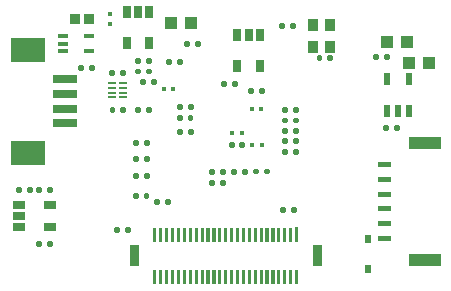
<source format=gbr>
G04 EAGLE Gerber RS-274X export*
G75*
%MOMM*%
%FSLAX34Y34*%
%LPD*%
%INSolderpaste Top*%
%IPPOS*%
%AMOC8*
5,1,8,0,0,1.08239X$1,22.5*%
G01*
%ADD10R,0.850000X0.900000*%
%ADD11C,0.250000*%
%ADD12R,2.700000X1.000000*%
%ADD13R,2.000000X0.800000*%
%ADD14R,3.000000X2.100000*%
%ADD15R,0.950000X1.050000*%
%ADD16R,1.100000X1.000000*%
%ADD17R,0.700000X0.200000*%
%ADD18R,0.900000X0.400000*%
%ADD19R,0.600000X1.050000*%
%ADD20R,0.690000X0.990000*%
%ADD21R,0.600000X0.800000*%
%ADD22R,0.990000X0.690000*%
%ADD23R,0.350000X0.400000*%
%ADD24R,0.400000X0.350000*%

G36*
X81955Y-115830D02*
X81955Y-115830D01*
X81950Y-115822D01*
X81957Y-115816D01*
X81957Y-98016D01*
X81921Y-97969D01*
X81914Y-97975D01*
X81908Y-97967D01*
X74108Y-97967D01*
X74061Y-98003D01*
X74066Y-98010D01*
X74059Y-98016D01*
X74059Y-115816D01*
X74095Y-115864D01*
X74102Y-115858D01*
X74108Y-115865D01*
X81908Y-115865D01*
X81955Y-115830D01*
G37*
G36*
X-73071Y-115749D02*
X-73071Y-115749D01*
X-73057Y-115751D01*
X-72957Y-115651D01*
X-72955Y-115638D01*
X-72946Y-115631D01*
X-72945Y-115630D01*
X-72953Y-115619D01*
X-72949Y-115592D01*
X-72976Y-115588D01*
X-72992Y-115567D01*
X-73043Y-115567D01*
X-73043Y-98116D01*
X-73079Y-98069D01*
X-73086Y-98075D01*
X-73092Y-98067D01*
X-80792Y-98067D01*
X-80839Y-98103D01*
X-80834Y-98110D01*
X-80841Y-98116D01*
X-80841Y-115716D01*
X-80805Y-115764D01*
X-80798Y-115758D01*
X-80792Y-115765D01*
X-73092Y-115765D01*
X-73071Y-115749D01*
G37*
G36*
X140711Y-56757D02*
X140711Y-56757D01*
X140706Y-56750D01*
X140713Y-56744D01*
X140713Y-52744D01*
X140677Y-52697D01*
X140670Y-52702D01*
X140664Y-52695D01*
X129664Y-52695D01*
X129617Y-52731D01*
X129622Y-52738D01*
X129617Y-52741D01*
X129617Y-52742D01*
X129615Y-52744D01*
X129615Y-56744D01*
X129651Y-56791D01*
X129658Y-56786D01*
X129664Y-56793D01*
X140664Y-56793D01*
X140711Y-56757D01*
G37*
G36*
X140611Y-31757D02*
X140611Y-31757D01*
X140606Y-31750D01*
X140613Y-31744D01*
X140613Y-27744D01*
X140577Y-27697D01*
X140570Y-27702D01*
X140564Y-27695D01*
X129564Y-27695D01*
X129517Y-27731D01*
X129522Y-27738D01*
X129517Y-27741D01*
X129517Y-27742D01*
X129515Y-27744D01*
X129515Y-31744D01*
X129551Y-31791D01*
X129558Y-31786D01*
X129564Y-31793D01*
X140564Y-31793D01*
X140611Y-31757D01*
G37*
G36*
X140611Y-44257D02*
X140611Y-44257D01*
X140606Y-44250D01*
X140613Y-44244D01*
X140613Y-40244D01*
X140577Y-40197D01*
X140570Y-40202D01*
X140564Y-40195D01*
X129564Y-40195D01*
X129517Y-40231D01*
X129522Y-40238D01*
X129517Y-40241D01*
X129517Y-40242D01*
X129515Y-40244D01*
X129515Y-44244D01*
X129551Y-44291D01*
X129558Y-44286D01*
X129564Y-44293D01*
X140564Y-44293D01*
X140611Y-44257D01*
G37*
G36*
X140711Y-69257D02*
X140711Y-69257D01*
X140706Y-69250D01*
X140713Y-69244D01*
X140713Y-65244D01*
X140677Y-65197D01*
X140670Y-65202D01*
X140664Y-65195D01*
X129664Y-65195D01*
X129617Y-65231D01*
X129622Y-65238D01*
X129617Y-65241D01*
X129617Y-65242D01*
X129615Y-65244D01*
X129615Y-69244D01*
X129651Y-69291D01*
X129658Y-69286D01*
X129664Y-69293D01*
X140664Y-69293D01*
X140711Y-69257D01*
G37*
G36*
X140711Y-81757D02*
X140711Y-81757D01*
X140706Y-81750D01*
X140713Y-81744D01*
X140713Y-77744D01*
X140677Y-77697D01*
X140670Y-77702D01*
X140664Y-77695D01*
X129664Y-77695D01*
X129617Y-77731D01*
X129622Y-77738D01*
X129617Y-77741D01*
X129617Y-77742D01*
X129615Y-77744D01*
X129615Y-81744D01*
X129651Y-81791D01*
X129658Y-81786D01*
X129664Y-81793D01*
X140664Y-81793D01*
X140711Y-81757D01*
G37*
G36*
X140711Y-94257D02*
X140711Y-94257D01*
X140706Y-94250D01*
X140713Y-94244D01*
X140713Y-90244D01*
X140677Y-90197D01*
X140670Y-90202D01*
X140664Y-90195D01*
X129664Y-90195D01*
X129617Y-90231D01*
X129622Y-90238D01*
X129617Y-90241D01*
X129617Y-90242D01*
X129615Y-90244D01*
X129615Y-94244D01*
X129651Y-94291D01*
X129658Y-94286D01*
X129664Y-94293D01*
X140664Y-94293D01*
X140711Y-94257D01*
G37*
G36*
X11855Y-94930D02*
X11855Y-94930D01*
X11850Y-94922D01*
X11857Y-94916D01*
X11857Y-83116D01*
X11821Y-83069D01*
X11814Y-83075D01*
X11808Y-83067D01*
X9208Y-83067D01*
X9161Y-83103D01*
X9166Y-83110D01*
X9159Y-83116D01*
X9159Y-94916D01*
X9195Y-94964D01*
X9202Y-94958D01*
X9208Y-94965D01*
X11808Y-94965D01*
X11855Y-94930D01*
G37*
G36*
X46855Y-94930D02*
X46855Y-94930D01*
X46850Y-94922D01*
X46857Y-94916D01*
X46857Y-83116D01*
X46821Y-83069D01*
X46814Y-83075D01*
X46808Y-83067D01*
X44208Y-83067D01*
X44161Y-83103D01*
X44166Y-83110D01*
X44159Y-83116D01*
X44159Y-94916D01*
X44195Y-94964D01*
X44202Y-94958D01*
X44208Y-94965D01*
X46808Y-94965D01*
X46855Y-94930D01*
G37*
G36*
X-18145Y-94930D02*
X-18145Y-94930D01*
X-18150Y-94922D01*
X-18143Y-94916D01*
X-18143Y-83116D01*
X-18179Y-83069D01*
X-18186Y-83075D01*
X-18192Y-83067D01*
X-20792Y-83067D01*
X-20839Y-83103D01*
X-20834Y-83110D01*
X-20841Y-83116D01*
X-20841Y-94916D01*
X-20805Y-94964D01*
X-20798Y-94958D01*
X-20792Y-94965D01*
X-18192Y-94965D01*
X-18145Y-94930D01*
G37*
G36*
X-33145Y-94930D02*
X-33145Y-94930D01*
X-33150Y-94922D01*
X-33143Y-94916D01*
X-33143Y-83116D01*
X-33179Y-83069D01*
X-33186Y-83075D01*
X-33192Y-83067D01*
X-35792Y-83067D01*
X-35839Y-83103D01*
X-35834Y-83110D01*
X-35841Y-83116D01*
X-35841Y-94916D01*
X-35805Y-94964D01*
X-35798Y-94958D01*
X-35792Y-94965D01*
X-33192Y-94965D01*
X-33145Y-94930D01*
G37*
G36*
X-8145Y-94930D02*
X-8145Y-94930D01*
X-8150Y-94922D01*
X-8143Y-94916D01*
X-8143Y-83116D01*
X-8179Y-83069D01*
X-8186Y-83075D01*
X-8192Y-83067D01*
X-10792Y-83067D01*
X-10839Y-83103D01*
X-10834Y-83110D01*
X-10841Y-83116D01*
X-10841Y-94916D01*
X-10805Y-94964D01*
X-10798Y-94958D01*
X-10792Y-94965D01*
X-8192Y-94965D01*
X-8145Y-94930D01*
G37*
G36*
X-23145Y-94930D02*
X-23145Y-94930D01*
X-23150Y-94922D01*
X-23143Y-94916D01*
X-23143Y-83116D01*
X-23179Y-83069D01*
X-23186Y-83075D01*
X-23192Y-83067D01*
X-25792Y-83067D01*
X-25839Y-83103D01*
X-25834Y-83110D01*
X-25841Y-83116D01*
X-25841Y-94916D01*
X-25805Y-94964D01*
X-25798Y-94958D01*
X-25792Y-94965D01*
X-23192Y-94965D01*
X-23145Y-94930D01*
G37*
G36*
X-58145Y-94930D02*
X-58145Y-94930D01*
X-58150Y-94922D01*
X-58143Y-94916D01*
X-58143Y-83116D01*
X-58179Y-83069D01*
X-58186Y-83075D01*
X-58192Y-83067D01*
X-60792Y-83067D01*
X-60839Y-83103D01*
X-60834Y-83110D01*
X-60841Y-83116D01*
X-60841Y-94916D01*
X-60805Y-94964D01*
X-60798Y-94958D01*
X-60792Y-94965D01*
X-58192Y-94965D01*
X-58145Y-94930D01*
G37*
G36*
X-13145Y-94930D02*
X-13145Y-94930D01*
X-13150Y-94922D01*
X-13143Y-94916D01*
X-13143Y-83116D01*
X-13179Y-83069D01*
X-13186Y-83075D01*
X-13192Y-83067D01*
X-15792Y-83067D01*
X-15839Y-83103D01*
X-15834Y-83110D01*
X-15841Y-83116D01*
X-15841Y-94916D01*
X-15805Y-94964D01*
X-15798Y-94958D01*
X-15792Y-94965D01*
X-13192Y-94965D01*
X-13145Y-94930D01*
G37*
G36*
X41855Y-94930D02*
X41855Y-94930D01*
X41850Y-94922D01*
X41857Y-94916D01*
X41857Y-83116D01*
X41821Y-83069D01*
X41814Y-83075D01*
X41808Y-83067D01*
X39208Y-83067D01*
X39161Y-83103D01*
X39166Y-83110D01*
X39159Y-83116D01*
X39159Y-94916D01*
X39195Y-94964D01*
X39202Y-94958D01*
X39208Y-94965D01*
X41808Y-94965D01*
X41855Y-94930D01*
G37*
G36*
X-3145Y-94930D02*
X-3145Y-94930D01*
X-3150Y-94922D01*
X-3143Y-94916D01*
X-3143Y-83116D01*
X-3179Y-83069D01*
X-3186Y-83075D01*
X-3192Y-83067D01*
X-5792Y-83067D01*
X-5839Y-83103D01*
X-5834Y-83110D01*
X-5841Y-83116D01*
X-5841Y-94916D01*
X-5805Y-94964D01*
X-5798Y-94958D01*
X-5792Y-94965D01*
X-3192Y-94965D01*
X-3145Y-94930D01*
G37*
G36*
X-28145Y-94930D02*
X-28145Y-94930D01*
X-28150Y-94922D01*
X-28143Y-94916D01*
X-28143Y-83116D01*
X-28179Y-83069D01*
X-28186Y-83075D01*
X-28192Y-83067D01*
X-30792Y-83067D01*
X-30839Y-83103D01*
X-30834Y-83110D01*
X-30841Y-83116D01*
X-30841Y-94916D01*
X-30805Y-94964D01*
X-30798Y-94958D01*
X-30792Y-94965D01*
X-28192Y-94965D01*
X-28145Y-94930D01*
G37*
G36*
X-48145Y-94930D02*
X-48145Y-94930D01*
X-48150Y-94922D01*
X-48143Y-94916D01*
X-48143Y-83116D01*
X-48179Y-83069D01*
X-48186Y-83075D01*
X-48192Y-83067D01*
X-50792Y-83067D01*
X-50839Y-83103D01*
X-50834Y-83110D01*
X-50841Y-83116D01*
X-50841Y-94916D01*
X-50805Y-94964D01*
X-50798Y-94958D01*
X-50792Y-94965D01*
X-48192Y-94965D01*
X-48145Y-94930D01*
G37*
G36*
X31855Y-94930D02*
X31855Y-94930D01*
X31850Y-94922D01*
X31857Y-94916D01*
X31857Y-83116D01*
X31821Y-83069D01*
X31814Y-83075D01*
X31808Y-83067D01*
X29208Y-83067D01*
X29161Y-83103D01*
X29166Y-83110D01*
X29159Y-83116D01*
X29159Y-94916D01*
X29195Y-94964D01*
X29202Y-94958D01*
X29208Y-94965D01*
X31808Y-94965D01*
X31855Y-94930D01*
G37*
G36*
X36855Y-94930D02*
X36855Y-94930D01*
X36850Y-94922D01*
X36857Y-94916D01*
X36857Y-83116D01*
X36821Y-83069D01*
X36814Y-83075D01*
X36808Y-83067D01*
X34208Y-83067D01*
X34161Y-83103D01*
X34166Y-83110D01*
X34159Y-83116D01*
X34159Y-94916D01*
X34195Y-94964D01*
X34202Y-94958D01*
X34208Y-94965D01*
X36808Y-94965D01*
X36855Y-94930D01*
G37*
G36*
X56855Y-94930D02*
X56855Y-94930D01*
X56850Y-94922D01*
X56857Y-94916D01*
X56857Y-83116D01*
X56821Y-83069D01*
X56814Y-83075D01*
X56808Y-83067D01*
X54208Y-83067D01*
X54161Y-83103D01*
X54166Y-83110D01*
X54159Y-83116D01*
X54159Y-94916D01*
X54195Y-94964D01*
X54202Y-94958D01*
X54208Y-94965D01*
X56808Y-94965D01*
X56855Y-94930D01*
G37*
G36*
X-38145Y-94930D02*
X-38145Y-94930D01*
X-38150Y-94922D01*
X-38143Y-94916D01*
X-38143Y-83116D01*
X-38179Y-83069D01*
X-38186Y-83075D01*
X-38192Y-83067D01*
X-40792Y-83067D01*
X-40839Y-83103D01*
X-40834Y-83110D01*
X-40841Y-83116D01*
X-40841Y-94916D01*
X-40805Y-94964D01*
X-40798Y-94958D01*
X-40792Y-94965D01*
X-38192Y-94965D01*
X-38145Y-94930D01*
G37*
G36*
X16855Y-94930D02*
X16855Y-94930D01*
X16850Y-94922D01*
X16857Y-94916D01*
X16857Y-83116D01*
X16821Y-83069D01*
X16814Y-83075D01*
X16808Y-83067D01*
X14208Y-83067D01*
X14161Y-83103D01*
X14166Y-83110D01*
X14159Y-83116D01*
X14159Y-94916D01*
X14195Y-94964D01*
X14202Y-94958D01*
X14208Y-94965D01*
X16808Y-94965D01*
X16855Y-94930D01*
G37*
G36*
X26855Y-94930D02*
X26855Y-94930D01*
X26850Y-94922D01*
X26857Y-94916D01*
X26857Y-83116D01*
X26821Y-83069D01*
X26814Y-83075D01*
X26808Y-83067D01*
X24208Y-83067D01*
X24161Y-83103D01*
X24166Y-83110D01*
X24159Y-83116D01*
X24159Y-94916D01*
X24195Y-94964D01*
X24202Y-94958D01*
X24208Y-94965D01*
X26808Y-94965D01*
X26855Y-94930D01*
G37*
G36*
X6855Y-94930D02*
X6855Y-94930D01*
X6850Y-94922D01*
X6857Y-94916D01*
X6857Y-83116D01*
X6821Y-83069D01*
X6814Y-83075D01*
X6808Y-83067D01*
X4208Y-83067D01*
X4161Y-83103D01*
X4166Y-83110D01*
X4159Y-83116D01*
X4159Y-94916D01*
X4195Y-94964D01*
X4202Y-94958D01*
X4208Y-94965D01*
X6808Y-94965D01*
X6855Y-94930D01*
G37*
G36*
X51855Y-94930D02*
X51855Y-94930D01*
X51850Y-94922D01*
X51857Y-94916D01*
X51857Y-83116D01*
X51821Y-83069D01*
X51814Y-83075D01*
X51808Y-83067D01*
X49208Y-83067D01*
X49161Y-83103D01*
X49166Y-83110D01*
X49159Y-83116D01*
X49159Y-94916D01*
X49195Y-94964D01*
X49202Y-94958D01*
X49208Y-94965D01*
X51808Y-94965D01*
X51855Y-94930D01*
G37*
G36*
X-53145Y-94930D02*
X-53145Y-94930D01*
X-53150Y-94922D01*
X-53143Y-94916D01*
X-53143Y-83116D01*
X-53179Y-83069D01*
X-53186Y-83075D01*
X-53192Y-83067D01*
X-55792Y-83067D01*
X-55839Y-83103D01*
X-55834Y-83110D01*
X-55841Y-83116D01*
X-55841Y-94916D01*
X-55805Y-94964D01*
X-55798Y-94958D01*
X-55792Y-94965D01*
X-53192Y-94965D01*
X-53145Y-94930D01*
G37*
G36*
X1855Y-94930D02*
X1855Y-94930D01*
X1850Y-94922D01*
X1857Y-94916D01*
X1857Y-83116D01*
X1821Y-83069D01*
X1814Y-83075D01*
X1808Y-83067D01*
X-792Y-83067D01*
X-839Y-83103D01*
X-834Y-83110D01*
X-841Y-83116D01*
X-841Y-94916D01*
X-805Y-94964D01*
X-798Y-94958D01*
X-792Y-94965D01*
X1808Y-94965D01*
X1855Y-94930D01*
G37*
G36*
X61855Y-94830D02*
X61855Y-94830D01*
X61850Y-94822D01*
X61857Y-94816D01*
X61857Y-83016D01*
X61821Y-82969D01*
X61814Y-82975D01*
X61808Y-82967D01*
X59208Y-82967D01*
X59161Y-83003D01*
X59166Y-83010D01*
X59159Y-83016D01*
X59159Y-94816D01*
X59195Y-94864D01*
X59202Y-94858D01*
X59208Y-94865D01*
X61808Y-94865D01*
X61855Y-94830D01*
G37*
G36*
X-43145Y-94930D02*
X-43145Y-94930D01*
X-43150Y-94922D01*
X-43143Y-94916D01*
X-43143Y-83116D01*
X-43179Y-83069D01*
X-43186Y-83075D01*
X-43192Y-83067D01*
X-45792Y-83067D01*
X-45839Y-83103D01*
X-45834Y-83110D01*
X-45841Y-83116D01*
X-45841Y-94916D01*
X-45805Y-94964D01*
X-45798Y-94958D01*
X-45792Y-94965D01*
X-43192Y-94965D01*
X-43145Y-94930D01*
G37*
G36*
X21855Y-94930D02*
X21855Y-94930D01*
X21850Y-94922D01*
X21857Y-94916D01*
X21857Y-83116D01*
X21821Y-83069D01*
X21814Y-83075D01*
X21808Y-83067D01*
X19208Y-83067D01*
X19161Y-83103D01*
X19166Y-83110D01*
X19159Y-83116D01*
X19159Y-94916D01*
X19195Y-94964D01*
X19202Y-94958D01*
X19208Y-94965D01*
X21808Y-94965D01*
X21855Y-94930D01*
G37*
G36*
X-28145Y-130830D02*
X-28145Y-130830D01*
X-28150Y-130822D01*
X-28143Y-130816D01*
X-28143Y-119016D01*
X-28179Y-118969D01*
X-28186Y-118975D01*
X-28192Y-118967D01*
X-30792Y-118967D01*
X-30839Y-119003D01*
X-30834Y-119010D01*
X-30841Y-119016D01*
X-30841Y-130816D01*
X-30805Y-130864D01*
X-30798Y-130858D01*
X-30792Y-130865D01*
X-28192Y-130865D01*
X-28145Y-130830D01*
G37*
G36*
X-3145Y-130830D02*
X-3145Y-130830D01*
X-3150Y-130822D01*
X-3143Y-130816D01*
X-3143Y-119016D01*
X-3179Y-118969D01*
X-3186Y-118975D01*
X-3192Y-118967D01*
X-5792Y-118967D01*
X-5839Y-119003D01*
X-5834Y-119010D01*
X-5841Y-119016D01*
X-5841Y-130816D01*
X-5805Y-130864D01*
X-5798Y-130858D01*
X-5792Y-130865D01*
X-3192Y-130865D01*
X-3145Y-130830D01*
G37*
G36*
X61855Y-130830D02*
X61855Y-130830D01*
X61850Y-130822D01*
X61857Y-130816D01*
X61857Y-119016D01*
X61821Y-118969D01*
X61814Y-118975D01*
X61808Y-118967D01*
X59208Y-118967D01*
X59161Y-119003D01*
X59166Y-119010D01*
X59159Y-119016D01*
X59159Y-130816D01*
X59195Y-130864D01*
X59202Y-130858D01*
X59208Y-130865D01*
X61808Y-130865D01*
X61855Y-130830D01*
G37*
G36*
X31855Y-130830D02*
X31855Y-130830D01*
X31850Y-130822D01*
X31857Y-130816D01*
X31857Y-119016D01*
X31821Y-118969D01*
X31814Y-118975D01*
X31808Y-118967D01*
X29208Y-118967D01*
X29161Y-119003D01*
X29166Y-119010D01*
X29159Y-119016D01*
X29159Y-130816D01*
X29195Y-130864D01*
X29202Y-130858D01*
X29208Y-130865D01*
X31808Y-130865D01*
X31855Y-130830D01*
G37*
G36*
X16855Y-130830D02*
X16855Y-130830D01*
X16850Y-130822D01*
X16857Y-130816D01*
X16857Y-119016D01*
X16821Y-118969D01*
X16814Y-118975D01*
X16808Y-118967D01*
X14208Y-118967D01*
X14161Y-119003D01*
X14166Y-119010D01*
X14159Y-119016D01*
X14159Y-130816D01*
X14195Y-130864D01*
X14202Y-130858D01*
X14208Y-130865D01*
X16808Y-130865D01*
X16855Y-130830D01*
G37*
G36*
X41855Y-130830D02*
X41855Y-130830D01*
X41850Y-130822D01*
X41857Y-130816D01*
X41857Y-119016D01*
X41821Y-118969D01*
X41814Y-118975D01*
X41808Y-118967D01*
X39208Y-118967D01*
X39161Y-119003D01*
X39166Y-119010D01*
X39159Y-119016D01*
X39159Y-130816D01*
X39195Y-130864D01*
X39202Y-130858D01*
X39208Y-130865D01*
X41808Y-130865D01*
X41855Y-130830D01*
G37*
G36*
X36855Y-130830D02*
X36855Y-130830D01*
X36850Y-130822D01*
X36857Y-130816D01*
X36857Y-119016D01*
X36821Y-118969D01*
X36814Y-118975D01*
X36808Y-118967D01*
X34208Y-118967D01*
X34161Y-119003D01*
X34166Y-119010D01*
X34159Y-119016D01*
X34159Y-130816D01*
X34195Y-130864D01*
X34202Y-130858D01*
X34208Y-130865D01*
X36808Y-130865D01*
X36855Y-130830D01*
G37*
G36*
X-58145Y-130830D02*
X-58145Y-130830D01*
X-58150Y-130822D01*
X-58143Y-130816D01*
X-58143Y-119016D01*
X-58179Y-118969D01*
X-58186Y-118975D01*
X-58192Y-118967D01*
X-60792Y-118967D01*
X-60839Y-119003D01*
X-60834Y-119010D01*
X-60841Y-119016D01*
X-60841Y-130816D01*
X-60805Y-130864D01*
X-60798Y-130858D01*
X-60792Y-130865D01*
X-58192Y-130865D01*
X-58145Y-130830D01*
G37*
G36*
X-43145Y-130830D02*
X-43145Y-130830D01*
X-43150Y-130822D01*
X-43143Y-130816D01*
X-43143Y-119016D01*
X-43179Y-118969D01*
X-43186Y-118975D01*
X-43192Y-118967D01*
X-45792Y-118967D01*
X-45839Y-119003D01*
X-45834Y-119010D01*
X-45841Y-119016D01*
X-45841Y-130816D01*
X-45805Y-130864D01*
X-45798Y-130858D01*
X-45792Y-130865D01*
X-43192Y-130865D01*
X-43145Y-130830D01*
G37*
G36*
X26855Y-130830D02*
X26855Y-130830D01*
X26850Y-130822D01*
X26857Y-130816D01*
X26857Y-119016D01*
X26821Y-118969D01*
X26814Y-118975D01*
X26808Y-118967D01*
X24208Y-118967D01*
X24161Y-119003D01*
X24166Y-119010D01*
X24159Y-119016D01*
X24159Y-130816D01*
X24195Y-130864D01*
X24202Y-130858D01*
X24208Y-130865D01*
X26808Y-130865D01*
X26855Y-130830D01*
G37*
G36*
X11855Y-130830D02*
X11855Y-130830D01*
X11850Y-130822D01*
X11857Y-130816D01*
X11857Y-119016D01*
X11821Y-118969D01*
X11814Y-118975D01*
X11808Y-118967D01*
X9208Y-118967D01*
X9161Y-119003D01*
X9166Y-119010D01*
X9159Y-119016D01*
X9159Y-130816D01*
X9195Y-130864D01*
X9202Y-130858D01*
X9208Y-130865D01*
X11808Y-130865D01*
X11855Y-130830D01*
G37*
G36*
X-23145Y-130830D02*
X-23145Y-130830D01*
X-23150Y-130822D01*
X-23143Y-130816D01*
X-23143Y-119016D01*
X-23179Y-118969D01*
X-23186Y-118975D01*
X-23192Y-118967D01*
X-25792Y-118967D01*
X-25839Y-119003D01*
X-25834Y-119010D01*
X-25841Y-119016D01*
X-25841Y-130816D01*
X-25805Y-130864D01*
X-25798Y-130858D01*
X-25792Y-130865D01*
X-23192Y-130865D01*
X-23145Y-130830D01*
G37*
G36*
X56855Y-130830D02*
X56855Y-130830D01*
X56850Y-130822D01*
X56857Y-130816D01*
X56857Y-119016D01*
X56821Y-118969D01*
X56814Y-118975D01*
X56808Y-118967D01*
X54208Y-118967D01*
X54161Y-119003D01*
X54166Y-119010D01*
X54159Y-119016D01*
X54159Y-130816D01*
X54195Y-130864D01*
X54202Y-130858D01*
X54208Y-130865D01*
X56808Y-130865D01*
X56855Y-130830D01*
G37*
G36*
X46855Y-130830D02*
X46855Y-130830D01*
X46850Y-130822D01*
X46857Y-130816D01*
X46857Y-119016D01*
X46821Y-118969D01*
X46814Y-118975D01*
X46808Y-118967D01*
X44208Y-118967D01*
X44161Y-119003D01*
X44166Y-119010D01*
X44159Y-119016D01*
X44159Y-130816D01*
X44195Y-130864D01*
X44202Y-130858D01*
X44208Y-130865D01*
X46808Y-130865D01*
X46855Y-130830D01*
G37*
G36*
X-13145Y-130830D02*
X-13145Y-130830D01*
X-13150Y-130822D01*
X-13143Y-130816D01*
X-13143Y-119016D01*
X-13179Y-118969D01*
X-13186Y-118975D01*
X-13192Y-118967D01*
X-15792Y-118967D01*
X-15839Y-119003D01*
X-15834Y-119010D01*
X-15841Y-119016D01*
X-15841Y-130816D01*
X-15805Y-130864D01*
X-15798Y-130858D01*
X-15792Y-130865D01*
X-13192Y-130865D01*
X-13145Y-130830D01*
G37*
G36*
X-33145Y-130830D02*
X-33145Y-130830D01*
X-33150Y-130822D01*
X-33143Y-130816D01*
X-33143Y-119016D01*
X-33179Y-118969D01*
X-33186Y-118975D01*
X-33192Y-118967D01*
X-35792Y-118967D01*
X-35839Y-119003D01*
X-35834Y-119010D01*
X-35841Y-119016D01*
X-35841Y-130816D01*
X-35805Y-130864D01*
X-35798Y-130858D01*
X-35792Y-130865D01*
X-33192Y-130865D01*
X-33145Y-130830D01*
G37*
G36*
X-48145Y-130830D02*
X-48145Y-130830D01*
X-48150Y-130822D01*
X-48143Y-130816D01*
X-48143Y-119016D01*
X-48179Y-118969D01*
X-48186Y-118975D01*
X-48192Y-118967D01*
X-50792Y-118967D01*
X-50839Y-119003D01*
X-50834Y-119010D01*
X-50841Y-119016D01*
X-50841Y-130816D01*
X-50805Y-130864D01*
X-50798Y-130858D01*
X-50792Y-130865D01*
X-48192Y-130865D01*
X-48145Y-130830D01*
G37*
G36*
X1855Y-130830D02*
X1855Y-130830D01*
X1850Y-130822D01*
X1857Y-130816D01*
X1857Y-119016D01*
X1821Y-118969D01*
X1814Y-118975D01*
X1808Y-118967D01*
X-792Y-118967D01*
X-839Y-119003D01*
X-834Y-119010D01*
X-841Y-119016D01*
X-841Y-130816D01*
X-805Y-130864D01*
X-798Y-130858D01*
X-792Y-130865D01*
X1808Y-130865D01*
X1855Y-130830D01*
G37*
G36*
X-53145Y-130830D02*
X-53145Y-130830D01*
X-53150Y-130822D01*
X-53143Y-130816D01*
X-53143Y-119016D01*
X-53179Y-118969D01*
X-53186Y-118975D01*
X-53192Y-118967D01*
X-55792Y-118967D01*
X-55839Y-119003D01*
X-55834Y-119010D01*
X-55841Y-119016D01*
X-55841Y-130816D01*
X-55805Y-130864D01*
X-55798Y-130858D01*
X-55792Y-130865D01*
X-53192Y-130865D01*
X-53145Y-130830D01*
G37*
G36*
X-18145Y-130830D02*
X-18145Y-130830D01*
X-18150Y-130822D01*
X-18143Y-130816D01*
X-18143Y-119016D01*
X-18179Y-118969D01*
X-18186Y-118975D01*
X-18192Y-118967D01*
X-20792Y-118967D01*
X-20839Y-119003D01*
X-20834Y-119010D01*
X-20841Y-119016D01*
X-20841Y-130816D01*
X-20805Y-130864D01*
X-20798Y-130858D01*
X-20792Y-130865D01*
X-18192Y-130865D01*
X-18145Y-130830D01*
G37*
G36*
X-8145Y-130830D02*
X-8145Y-130830D01*
X-8150Y-130822D01*
X-8143Y-130816D01*
X-8143Y-119016D01*
X-8179Y-118969D01*
X-8186Y-118975D01*
X-8192Y-118967D01*
X-10792Y-118967D01*
X-10839Y-119003D01*
X-10834Y-119010D01*
X-10841Y-119016D01*
X-10841Y-130816D01*
X-10805Y-130864D01*
X-10798Y-130858D01*
X-10792Y-130865D01*
X-8192Y-130865D01*
X-8145Y-130830D01*
G37*
G36*
X21855Y-130830D02*
X21855Y-130830D01*
X21850Y-130822D01*
X21857Y-130816D01*
X21857Y-119016D01*
X21821Y-118969D01*
X21814Y-118975D01*
X21808Y-118967D01*
X19208Y-118967D01*
X19161Y-119003D01*
X19166Y-119010D01*
X19159Y-119016D01*
X19159Y-130816D01*
X19195Y-130864D01*
X19202Y-130858D01*
X19208Y-130865D01*
X21808Y-130865D01*
X21855Y-130830D01*
G37*
G36*
X51855Y-130830D02*
X51855Y-130830D01*
X51850Y-130822D01*
X51857Y-130816D01*
X51857Y-119016D01*
X51821Y-118969D01*
X51814Y-118975D01*
X51808Y-118967D01*
X49208Y-118967D01*
X49161Y-119003D01*
X49166Y-119010D01*
X49159Y-119016D01*
X49159Y-130816D01*
X49195Y-130864D01*
X49202Y-130858D01*
X49208Y-130865D01*
X51808Y-130865D01*
X51855Y-130830D01*
G37*
G36*
X-38145Y-130830D02*
X-38145Y-130830D01*
X-38150Y-130822D01*
X-38143Y-130816D01*
X-38143Y-119016D01*
X-38179Y-118969D01*
X-38186Y-118975D01*
X-38192Y-118967D01*
X-40792Y-118967D01*
X-40839Y-119003D01*
X-40834Y-119010D01*
X-40841Y-119016D01*
X-40841Y-130816D01*
X-40805Y-130864D01*
X-40798Y-130858D01*
X-40792Y-130865D01*
X-38192Y-130865D01*
X-38145Y-130830D01*
G37*
G36*
X6855Y-130830D02*
X6855Y-130830D01*
X6850Y-130822D01*
X6857Y-130816D01*
X6857Y-119016D01*
X6821Y-118969D01*
X6814Y-118975D01*
X6808Y-118967D01*
X4208Y-118967D01*
X4161Y-119003D01*
X4166Y-119010D01*
X4159Y-119016D01*
X4159Y-130816D01*
X4195Y-130864D01*
X4202Y-130858D01*
X4208Y-130865D01*
X6808Y-130865D01*
X6855Y-130830D01*
G37*
D10*
X-115612Y93218D03*
X-127212Y93218D03*
D11*
X-156537Y-98024D02*
X-159037Y-98024D01*
X-159037Y-95524D01*
X-156537Y-95524D01*
X-156537Y-98024D01*
X-156537Y-95649D02*
X-159037Y-95649D01*
X-149787Y-98024D02*
X-147287Y-98024D01*
X-149787Y-98024D02*
X-149787Y-95524D01*
X-147287Y-95524D01*
X-147287Y-98024D01*
X-147287Y-95649D02*
X-149787Y-95649D01*
X-164559Y-49296D02*
X-167059Y-49296D01*
X-164559Y-49296D02*
X-164559Y-51796D01*
X-167059Y-51796D01*
X-167059Y-49296D01*
X-167059Y-49421D02*
X-164559Y-49421D01*
X-173809Y-49296D02*
X-176309Y-49296D01*
X-173809Y-49296D02*
X-173809Y-51796D01*
X-176309Y-51796D01*
X-176309Y-49296D01*
X-176309Y-49421D02*
X-173809Y-49421D01*
X-159037Y-51796D02*
X-156537Y-51796D01*
X-159037Y-51796D02*
X-159037Y-49296D01*
X-156537Y-49296D01*
X-156537Y-51796D01*
X-156537Y-49421D02*
X-159037Y-49421D01*
X-149787Y-51796D02*
X-147287Y-51796D01*
X-149787Y-51796D02*
X-149787Y-49296D01*
X-147287Y-49296D01*
X-147287Y-51796D01*
X-147287Y-49421D02*
X-149787Y-49421D01*
X144091Y3028D02*
X146591Y3028D01*
X146591Y528D01*
X144091Y528D01*
X144091Y3028D01*
X144091Y2903D02*
X146591Y2903D01*
X137341Y3028D02*
X134841Y3028D01*
X137341Y3028D02*
X137341Y528D01*
X134841Y528D01*
X134841Y3028D01*
X134841Y2903D02*
X137341Y2903D01*
X128832Y60726D02*
X126332Y60726D01*
X126332Y63226D01*
X128832Y63226D01*
X128832Y60726D01*
X128832Y63101D02*
X126332Y63101D01*
X135582Y60726D02*
X138082Y60726D01*
X135582Y60726D02*
X135582Y63226D01*
X138082Y63226D01*
X138082Y60726D01*
X138082Y63101D02*
X135582Y63101D01*
D12*
X168964Y-110744D03*
X168964Y-11244D03*
D13*
X-135274Y42626D03*
X-135274Y30126D03*
X-135274Y17626D03*
X-135274Y5126D03*
D14*
X-166524Y67626D03*
X-166524Y-19874D03*
D15*
X74030Y88752D03*
X74030Y70252D03*
X88530Y70252D03*
X88530Y88752D03*
D16*
X-29092Y89916D03*
X-46092Y89916D03*
X153915Y74422D03*
X136915Y74422D03*
X172965Y56388D03*
X155965Y56388D03*
D17*
X-95432Y31147D03*
X-86432Y31147D03*
X-95432Y35147D03*
X-95432Y39147D03*
X-86432Y27147D03*
X-86432Y35147D03*
X-86432Y39147D03*
X-95432Y27147D03*
D18*
X-114984Y79144D03*
X-114984Y66144D03*
X-136984Y79144D03*
X-136984Y72644D03*
X-136984Y66144D03*
D19*
X136931Y42456D03*
X155931Y42456D03*
X136931Y15456D03*
X146431Y15456D03*
X155931Y15456D03*
D20*
X29312Y79702D03*
X19812Y79702D03*
X10312Y79702D03*
X10312Y53802D03*
X29312Y53802D03*
X-64160Y99260D03*
X-73660Y99260D03*
X-83160Y99260D03*
X-83160Y73360D03*
X-64160Y73360D03*
D21*
X120650Y-117783D03*
X120650Y-92783D03*
D22*
X-174444Y-63906D03*
X-174444Y-73406D03*
X-174444Y-82906D03*
X-148544Y-82906D03*
X-148544Y-63906D03*
D23*
X-97282Y89726D03*
X-97282Y97726D03*
D24*
X6108Y-3337D03*
X14108Y-3337D03*
X30924Y-12954D03*
X22924Y-12954D03*
X30338Y17490D03*
X22338Y17490D03*
X-51752Y34036D03*
X-43752Y34036D03*
D11*
X56334Y-66568D02*
X58834Y-66568D01*
X58834Y-69068D01*
X56334Y-69068D01*
X56334Y-66568D01*
X56334Y-66693D02*
X58834Y-66693D01*
X49584Y-66568D02*
X47084Y-66568D01*
X49584Y-66568D02*
X49584Y-69068D01*
X47084Y-69068D01*
X47084Y-66568D01*
X47084Y-66693D02*
X49584Y-66693D01*
X-63975Y18014D02*
X-66475Y18014D01*
X-63975Y18014D02*
X-63975Y15514D01*
X-66475Y15514D01*
X-66475Y18014D01*
X-66475Y17889D02*
X-63975Y17889D01*
X-73225Y18014D02*
X-75725Y18014D01*
X-73225Y18014D02*
X-73225Y15514D01*
X-75725Y15514D01*
X-75725Y18014D01*
X-75725Y17889D02*
X-73225Y17889D01*
X-59215Y-61829D02*
X-56715Y-61829D01*
X-59215Y-61829D02*
X-59215Y-59329D01*
X-56715Y-59329D01*
X-56715Y-61829D01*
X-56715Y-59454D02*
X-59215Y-59454D01*
X-49965Y-61829D02*
X-47465Y-61829D01*
X-49965Y-61829D02*
X-49965Y-59329D01*
X-47465Y-59329D01*
X-47465Y-61829D01*
X-47465Y-59454D02*
X-49965Y-59454D01*
X12985Y-11550D02*
X15485Y-11550D01*
X15485Y-14050D01*
X12985Y-14050D01*
X12985Y-11550D01*
X12985Y-11675D02*
X15485Y-11675D01*
X6235Y-11550D02*
X3735Y-11550D01*
X6235Y-11550D02*
X6235Y-14050D01*
X3735Y-14050D01*
X3735Y-11550D01*
X3735Y-11675D02*
X6235Y-11675D01*
X58274Y18020D02*
X60774Y18020D01*
X60774Y15520D01*
X58274Y15520D01*
X58274Y18020D01*
X58274Y17895D02*
X60774Y17895D01*
X51524Y18020D02*
X49024Y18020D01*
X51524Y18020D02*
X51524Y15520D01*
X49024Y15520D01*
X49024Y18020D01*
X49024Y17895D02*
X51524Y17895D01*
X58218Y9291D02*
X60718Y9291D01*
X60718Y6791D01*
X58218Y6791D01*
X58218Y9291D01*
X58218Y9166D02*
X60718Y9166D01*
X51468Y9291D02*
X48968Y9291D01*
X51468Y9291D02*
X51468Y6791D01*
X48968Y6791D01*
X48968Y9291D01*
X48968Y9166D02*
X51468Y9166D01*
X58532Y492D02*
X61032Y492D01*
X61032Y-2008D01*
X58532Y-2008D01*
X58532Y492D01*
X58532Y367D02*
X61032Y367D01*
X51782Y492D02*
X49282Y492D01*
X51782Y492D02*
X51782Y-2008D01*
X49282Y-2008D01*
X49282Y492D01*
X49282Y367D02*
X51782Y367D01*
X58422Y-8328D02*
X60922Y-8328D01*
X60922Y-10828D01*
X58422Y-10828D01*
X58422Y-8328D01*
X58422Y-8453D02*
X60922Y-8453D01*
X51672Y-8328D02*
X49172Y-8328D01*
X51672Y-8328D02*
X51672Y-10828D01*
X49172Y-10828D01*
X49172Y-8328D01*
X49172Y-8453D02*
X51672Y-8453D01*
X58514Y-17112D02*
X61014Y-17112D01*
X61014Y-19612D01*
X58514Y-19612D01*
X58514Y-17112D01*
X58514Y-17237D02*
X61014Y-17237D01*
X51764Y-17112D02*
X49264Y-17112D01*
X51764Y-17112D02*
X51764Y-19612D01*
X49264Y-19612D01*
X49264Y-17112D01*
X49264Y-17237D02*
X51764Y-17237D01*
X-37305Y58908D02*
X-39805Y58908D01*
X-37305Y58908D02*
X-37305Y56408D01*
X-39805Y56408D01*
X-39805Y58908D01*
X-39805Y58783D02*
X-37305Y58783D01*
X-46555Y58908D02*
X-49055Y58908D01*
X-46555Y58908D02*
X-46555Y56408D01*
X-49055Y56408D01*
X-49055Y58908D01*
X-49055Y58783D02*
X-46555Y58783D01*
X-72971Y48280D02*
X-75471Y48280D01*
X-75471Y50780D01*
X-72971Y50780D01*
X-72971Y48280D01*
X-72971Y50655D02*
X-75471Y50655D01*
X-66221Y48280D02*
X-63721Y48280D01*
X-66221Y48280D02*
X-66221Y50780D01*
X-63721Y50780D01*
X-63721Y48280D01*
X-63721Y50655D02*
X-66221Y50655D01*
X-31023Y11410D02*
X-28523Y11410D01*
X-28523Y8910D01*
X-31023Y8910D01*
X-31023Y11410D01*
X-31023Y11285D02*
X-28523Y11285D01*
X-37773Y11410D02*
X-40273Y11410D01*
X-37773Y11410D02*
X-37773Y8910D01*
X-40273Y8910D01*
X-40273Y11410D01*
X-40273Y11285D02*
X-37773Y11285D01*
X-30914Y-855D02*
X-28414Y-855D01*
X-28414Y-3355D01*
X-30914Y-3355D01*
X-30914Y-855D01*
X-30914Y-980D02*
X-28414Y-980D01*
X-37664Y-855D02*
X-40164Y-855D01*
X-37664Y-855D02*
X-37664Y-3355D01*
X-40164Y-3355D01*
X-40164Y-855D01*
X-40164Y-980D02*
X-37664Y-980D01*
X-90497Y-85578D02*
X-92997Y-85578D01*
X-92997Y-83078D01*
X-90497Y-83078D01*
X-90497Y-85578D01*
X-90497Y-83203D02*
X-92997Y-83203D01*
X-83747Y-85578D02*
X-81247Y-85578D01*
X-83747Y-85578D02*
X-83747Y-83078D01*
X-81247Y-83078D01*
X-81247Y-85578D01*
X-81247Y-83203D02*
X-83747Y-83203D01*
X-85311Y18014D02*
X-87811Y18014D01*
X-85311Y18014D02*
X-85311Y15514D01*
X-87811Y15514D01*
X-87811Y18014D01*
X-87811Y17889D02*
X-85311Y17889D01*
X-94561Y18014D02*
X-97061Y18014D01*
X-94561Y18014D02*
X-94561Y15514D01*
X-97061Y15514D01*
X-97061Y18014D01*
X-97061Y17889D02*
X-94561Y17889D01*
X-88065Y49383D02*
X-85565Y49383D01*
X-85565Y46883D01*
X-88065Y46883D01*
X-88065Y49383D01*
X-88065Y49258D02*
X-85565Y49258D01*
X-94815Y49383D02*
X-97315Y49383D01*
X-94815Y49383D02*
X-94815Y46883D01*
X-97315Y46883D01*
X-97315Y49383D01*
X-97315Y49258D02*
X-94815Y49258D01*
X20541Y31516D02*
X23041Y31516D01*
X20541Y31516D02*
X20541Y34016D01*
X23041Y34016D01*
X23041Y31516D01*
X23041Y33891D02*
X20541Y33891D01*
X29791Y31516D02*
X32291Y31516D01*
X29791Y31516D02*
X29791Y34016D01*
X32291Y34016D01*
X32291Y31516D01*
X32291Y33891D02*
X29791Y33891D01*
X78199Y59456D02*
X80699Y59456D01*
X78199Y59456D02*
X78199Y61956D01*
X80699Y61956D01*
X80699Y59456D01*
X80699Y61831D02*
X78199Y61831D01*
X87449Y59456D02*
X89949Y59456D01*
X87449Y59456D02*
X87449Y61956D01*
X89949Y61956D01*
X89949Y59456D01*
X89949Y61831D02*
X87449Y61831D01*
X-121231Y51328D02*
X-123731Y51328D01*
X-123731Y53828D01*
X-121231Y53828D01*
X-121231Y51328D01*
X-121231Y53703D02*
X-123731Y53703D01*
X-114481Y51328D02*
X-111981Y51328D01*
X-114481Y51328D02*
X-114481Y53828D01*
X-111981Y53828D01*
X-111981Y51328D01*
X-111981Y53703D02*
X-114481Y53703D01*
X-75471Y56789D02*
X-72971Y56789D01*
X-75471Y56789D02*
X-75471Y59289D01*
X-72971Y59289D01*
X-72971Y56789D01*
X-72971Y59164D02*
X-75471Y59164D01*
X-66221Y56789D02*
X-63721Y56789D01*
X-66221Y56789D02*
X-66221Y59289D01*
X-63721Y59289D01*
X-63721Y56789D01*
X-63721Y59164D02*
X-66221Y59164D01*
X-39783Y18536D02*
X-37283Y18536D01*
X-39783Y18536D02*
X-39783Y21036D01*
X-37283Y21036D01*
X-37283Y18536D01*
X-37283Y20911D02*
X-39783Y20911D01*
X-30533Y18536D02*
X-28033Y18536D01*
X-30533Y18536D02*
X-30533Y21036D01*
X-28033Y21036D01*
X-28033Y18536D01*
X-28033Y20911D02*
X-30533Y20911D01*
X55445Y89388D02*
X57945Y89388D01*
X57945Y86888D01*
X55445Y86888D01*
X55445Y89388D01*
X55445Y89263D02*
X57945Y89263D01*
X48695Y89388D02*
X46195Y89388D01*
X48695Y89388D02*
X48695Y86888D01*
X46195Y86888D01*
X46195Y89388D01*
X46195Y89263D02*
X48695Y89263D01*
X9431Y39858D02*
X6931Y39858D01*
X9431Y39858D02*
X9431Y37358D01*
X6931Y37358D01*
X6931Y39858D01*
X6931Y39733D02*
X9431Y39733D01*
X181Y39858D02*
X-2319Y39858D01*
X181Y39858D02*
X181Y37358D01*
X-2319Y37358D01*
X-2319Y39858D01*
X-2319Y39733D02*
X181Y39733D01*
X-65372Y-23515D02*
X-67872Y-23515D01*
X-65372Y-23515D02*
X-65372Y-26015D01*
X-67872Y-26015D01*
X-67872Y-23515D01*
X-67872Y-23640D02*
X-65372Y-23640D01*
X-74622Y-23515D02*
X-77122Y-23515D01*
X-74622Y-23515D02*
X-74622Y-26015D01*
X-77122Y-26015D01*
X-77122Y-23515D01*
X-77122Y-23640D02*
X-74622Y-23640D01*
X-75003Y-57511D02*
X-77503Y-57511D01*
X-77503Y-55011D01*
X-75003Y-55011D01*
X-75003Y-57511D01*
X-75003Y-55136D02*
X-77503Y-55136D01*
X-68253Y-57511D02*
X-65753Y-57511D01*
X-68253Y-57511D02*
X-68253Y-55011D01*
X-65753Y-55011D01*
X-65753Y-57511D01*
X-65753Y-55136D02*
X-68253Y-55136D01*
X-67872Y-37358D02*
X-65372Y-37358D01*
X-65372Y-39858D01*
X-67872Y-39858D01*
X-67872Y-37358D01*
X-67872Y-37483D02*
X-65372Y-37483D01*
X-74622Y-37358D02*
X-77122Y-37358D01*
X-74622Y-37358D02*
X-74622Y-39858D01*
X-77122Y-39858D01*
X-77122Y-37358D01*
X-77122Y-37483D02*
X-74622Y-37483D01*
X24170Y-36407D02*
X26670Y-36407D01*
X24170Y-36407D02*
X24170Y-33907D01*
X26670Y-33907D01*
X26670Y-36407D01*
X26670Y-34032D02*
X24170Y-34032D01*
X33420Y-36407D02*
X35920Y-36407D01*
X33420Y-36407D02*
X33420Y-33907D01*
X35920Y-33907D01*
X35920Y-36407D01*
X35920Y-34032D02*
X33420Y-34032D01*
X8526Y-36483D02*
X6026Y-36483D01*
X6026Y-33983D01*
X8526Y-33983D01*
X8526Y-36483D01*
X8526Y-34108D02*
X6026Y-34108D01*
X15276Y-36483D02*
X17776Y-36483D01*
X15276Y-36483D02*
X15276Y-33983D01*
X17776Y-33983D01*
X17776Y-36483D01*
X17776Y-34108D02*
X15276Y-34108D01*
X-9979Y-36556D02*
X-12479Y-36556D01*
X-12479Y-34056D01*
X-9979Y-34056D01*
X-9979Y-36556D01*
X-9979Y-34181D02*
X-12479Y-34181D01*
X-3229Y-36556D02*
X-729Y-36556D01*
X-3229Y-36556D02*
X-3229Y-34056D01*
X-729Y-34056D01*
X-729Y-36556D01*
X-729Y-34181D02*
X-3229Y-34181D01*
X-9984Y-45845D02*
X-12484Y-45845D01*
X-12484Y-43345D01*
X-9984Y-43345D01*
X-9984Y-45845D01*
X-9984Y-43470D02*
X-12484Y-43470D01*
X-3234Y-45845D02*
X-734Y-45845D01*
X-3234Y-45845D02*
X-3234Y-43345D01*
X-734Y-43345D01*
X-734Y-45845D01*
X-734Y-43470D02*
X-3234Y-43470D01*
X-65499Y-9418D02*
X-67999Y-9418D01*
X-65499Y-9418D02*
X-65499Y-11918D01*
X-67999Y-11918D01*
X-67999Y-9418D01*
X-67999Y-9543D02*
X-65499Y-9543D01*
X-74749Y-9418D02*
X-77249Y-9418D01*
X-74749Y-9418D02*
X-74749Y-11918D01*
X-77249Y-11918D01*
X-77249Y-9418D01*
X-77249Y-9543D02*
X-74749Y-9543D01*
X-24565Y73894D02*
X-22065Y73894D01*
X-22065Y71394D01*
X-24565Y71394D01*
X-24565Y73894D01*
X-24565Y73769D02*
X-22065Y73769D01*
X-31315Y73894D02*
X-33815Y73894D01*
X-31315Y73894D02*
X-31315Y71394D01*
X-33815Y71394D01*
X-33815Y73894D01*
X-33815Y73769D02*
X-31315Y73769D01*
X-68907Y39390D02*
X-71407Y39390D01*
X-71407Y41890D01*
X-68907Y41890D01*
X-68907Y39390D01*
X-68907Y41765D02*
X-71407Y41765D01*
X-62157Y39390D02*
X-59657Y39390D01*
X-62157Y39390D02*
X-62157Y41890D01*
X-59657Y41890D01*
X-59657Y39390D01*
X-59657Y41765D02*
X-62157Y41765D01*
M02*

</source>
